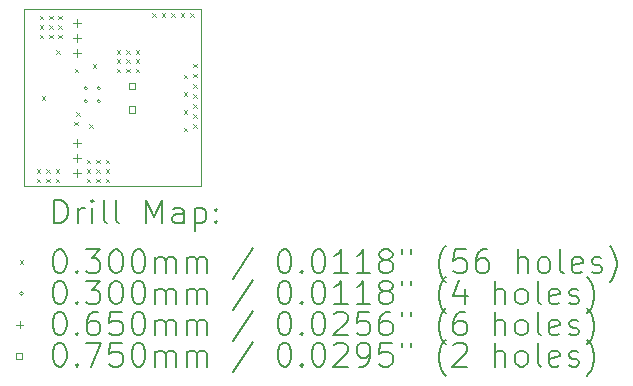
<source format=gbr>
%TF.GenerationSoftware,KiCad,Pcbnew,8.0.7-8.0.7-0~ubuntu24.04.1*%
%TF.CreationDate,2024-12-31T11:01:01-07:00*%
%TF.ProjectId,DRV8213 brushed Motor Driver,44525638-3231-4332-9062-727573686564,V1*%
%TF.SameCoordinates,Original*%
%TF.FileFunction,Drillmap*%
%TF.FilePolarity,Positive*%
%FSLAX45Y45*%
G04 Gerber Fmt 4.5, Leading zero omitted, Abs format (unit mm)*
G04 Created by KiCad (PCBNEW 8.0.7-8.0.7-0~ubuntu24.04.1) date 2024-12-31 11:01:01*
%MOMM*%
%LPD*%
G01*
G04 APERTURE LIST*
%ADD10C,0.050000*%
%ADD11C,0.200000*%
%ADD12C,0.100000*%
G04 APERTURE END LIST*
D10*
X16380000Y-9420000D02*
X17880000Y-9420000D01*
X17880000Y-10920000D01*
X16380000Y-10920000D01*
X16380000Y-9420000D01*
D11*
D12*
X16490000Y-10775000D02*
X16520000Y-10805000D01*
X16520000Y-10775000D02*
X16490000Y-10805000D01*
X16490000Y-10855000D02*
X16520000Y-10885000D01*
X16520000Y-10855000D02*
X16490000Y-10885000D01*
X16515000Y-9475000D02*
X16545000Y-9505000D01*
X16545000Y-9475000D02*
X16515000Y-9505000D01*
X16515000Y-9555000D02*
X16545000Y-9585000D01*
X16545000Y-9555000D02*
X16515000Y-9585000D01*
X16515000Y-9635000D02*
X16545000Y-9665000D01*
X16545000Y-9635000D02*
X16515000Y-9665000D01*
X16535000Y-10155000D02*
X16565000Y-10185000D01*
X16565000Y-10155000D02*
X16535000Y-10185000D01*
X16570000Y-10775000D02*
X16600000Y-10805000D01*
X16600000Y-10775000D02*
X16570000Y-10805000D01*
X16570000Y-10855000D02*
X16600000Y-10885000D01*
X16600000Y-10855000D02*
X16570000Y-10885000D01*
X16595000Y-9475000D02*
X16625000Y-9505000D01*
X16625000Y-9475000D02*
X16595000Y-9505000D01*
X16595000Y-9555000D02*
X16625000Y-9585000D01*
X16625000Y-9555000D02*
X16595000Y-9585000D01*
X16595000Y-9635000D02*
X16625000Y-9665000D01*
X16625000Y-9635000D02*
X16595000Y-9665000D01*
X16650000Y-10775000D02*
X16680000Y-10805000D01*
X16680000Y-10775000D02*
X16650000Y-10805000D01*
X16650000Y-10855000D02*
X16680000Y-10885000D01*
X16680000Y-10855000D02*
X16650000Y-10885000D01*
X16655000Y-9765000D02*
X16685000Y-9795000D01*
X16685000Y-9765000D02*
X16655000Y-9795000D01*
X16675000Y-9475000D02*
X16705000Y-9505000D01*
X16705000Y-9475000D02*
X16675000Y-9505000D01*
X16675000Y-9555000D02*
X16705000Y-9585000D01*
X16705000Y-9555000D02*
X16675000Y-9585000D01*
X16675000Y-9635000D02*
X16705000Y-9665000D01*
X16705000Y-9635000D02*
X16675000Y-9665000D01*
X16810000Y-10373199D02*
X16840000Y-10403199D01*
X16840000Y-10373199D02*
X16810000Y-10403199D01*
X16813118Y-9923997D02*
X16843118Y-9953997D01*
X16843118Y-9923997D02*
X16813118Y-9953997D01*
X16825000Y-10292500D02*
X16855000Y-10322500D01*
X16855000Y-10292500D02*
X16825000Y-10322500D01*
X16915000Y-10695000D02*
X16945000Y-10725000D01*
X16945000Y-10695000D02*
X16915000Y-10725000D01*
X16915000Y-10775000D02*
X16945000Y-10805000D01*
X16945000Y-10775000D02*
X16915000Y-10805000D01*
X16915000Y-10855000D02*
X16945000Y-10885000D01*
X16945000Y-10855000D02*
X16915000Y-10885000D01*
X16935000Y-10395000D02*
X16965000Y-10425000D01*
X16965000Y-10395000D02*
X16935000Y-10425000D01*
X16965000Y-9885000D02*
X16995000Y-9915000D01*
X16995000Y-9885000D02*
X16965000Y-9915000D01*
X16995000Y-10695000D02*
X17025000Y-10725000D01*
X17025000Y-10695000D02*
X16995000Y-10725000D01*
X16995000Y-10775000D02*
X17025000Y-10805000D01*
X17025000Y-10775000D02*
X16995000Y-10805000D01*
X16995000Y-10855000D02*
X17025000Y-10885000D01*
X17025000Y-10855000D02*
X16995000Y-10885000D01*
X17075000Y-10695000D02*
X17105000Y-10725000D01*
X17105000Y-10695000D02*
X17075000Y-10725000D01*
X17075000Y-10775000D02*
X17105000Y-10805000D01*
X17105000Y-10775000D02*
X17075000Y-10805000D01*
X17075000Y-10855000D02*
X17105000Y-10885000D01*
X17105000Y-10855000D02*
X17075000Y-10885000D01*
X17170000Y-9765000D02*
X17200000Y-9795000D01*
X17200000Y-9765000D02*
X17170000Y-9795000D01*
X17170000Y-9845000D02*
X17200000Y-9875000D01*
X17200000Y-9845000D02*
X17170000Y-9875000D01*
X17170000Y-9925000D02*
X17200000Y-9955000D01*
X17200000Y-9925000D02*
X17170000Y-9955000D01*
X17250000Y-9765000D02*
X17280000Y-9795000D01*
X17280000Y-9765000D02*
X17250000Y-9795000D01*
X17250000Y-9845000D02*
X17280000Y-9875000D01*
X17280000Y-9845000D02*
X17250000Y-9875000D01*
X17250000Y-9925000D02*
X17280000Y-9955000D01*
X17280000Y-9925000D02*
X17250000Y-9955000D01*
X17330000Y-9765000D02*
X17360000Y-9795000D01*
X17360000Y-9765000D02*
X17330000Y-9795000D01*
X17330000Y-9845000D02*
X17360000Y-9875000D01*
X17360000Y-9845000D02*
X17330000Y-9875000D01*
X17330000Y-9925000D02*
X17360000Y-9955000D01*
X17360000Y-9925000D02*
X17330000Y-9955000D01*
X17470000Y-9455000D02*
X17500000Y-9485000D01*
X17500000Y-9455000D02*
X17470000Y-9485000D01*
X17550000Y-9455000D02*
X17580000Y-9485000D01*
X17580000Y-9455000D02*
X17550000Y-9485000D01*
X17630000Y-9455000D02*
X17660000Y-9485000D01*
X17660000Y-9455000D02*
X17630000Y-9485000D01*
X17710000Y-9455000D02*
X17740000Y-9485000D01*
X17740000Y-9455000D02*
X17710000Y-9485000D01*
X17735000Y-9975000D02*
X17765000Y-10005000D01*
X17765000Y-9975000D02*
X17735000Y-10005000D01*
X17735000Y-10125000D02*
X17765000Y-10155000D01*
X17765000Y-10125000D02*
X17735000Y-10155000D01*
X17735000Y-10275000D02*
X17765000Y-10305000D01*
X17765000Y-10275000D02*
X17735000Y-10305000D01*
X17735000Y-10425000D02*
X17765000Y-10455000D01*
X17765000Y-10425000D02*
X17735000Y-10455000D01*
X17790000Y-9455000D02*
X17820000Y-9485000D01*
X17820000Y-9455000D02*
X17790000Y-9485000D01*
X17815000Y-9880000D02*
X17845000Y-9910000D01*
X17845000Y-9880000D02*
X17815000Y-9910000D01*
X17815000Y-9965000D02*
X17845000Y-9995000D01*
X17845000Y-9965000D02*
X17815000Y-9995000D01*
X17815000Y-10055000D02*
X17845000Y-10085000D01*
X17845000Y-10055000D02*
X17815000Y-10085000D01*
X17815000Y-10140000D02*
X17845000Y-10170000D01*
X17845000Y-10140000D02*
X17815000Y-10170000D01*
X17815000Y-10225000D02*
X17845000Y-10255000D01*
X17845000Y-10225000D02*
X17815000Y-10255000D01*
X17815000Y-10310000D02*
X17845000Y-10340000D01*
X17845000Y-10310000D02*
X17815000Y-10340000D01*
X17815000Y-10395000D02*
X17845000Y-10425000D01*
X17845000Y-10395000D02*
X17815000Y-10425000D01*
X16920000Y-10090000D02*
G75*
G02*
X16890000Y-10090000I-15000J0D01*
G01*
X16890000Y-10090000D02*
G75*
G02*
X16920000Y-10090000I15000J0D01*
G01*
X16920000Y-10200000D02*
G75*
G02*
X16890000Y-10200000I-15000J0D01*
G01*
X16890000Y-10200000D02*
G75*
G02*
X16920000Y-10200000I15000J0D01*
G01*
X17030000Y-10090000D02*
G75*
G02*
X17000000Y-10090000I-15000J0D01*
G01*
X17000000Y-10090000D02*
G75*
G02*
X17030000Y-10090000I15000J0D01*
G01*
X17030000Y-10200000D02*
G75*
G02*
X17000000Y-10200000I-15000J0D01*
G01*
X17000000Y-10200000D02*
G75*
G02*
X17030000Y-10200000I15000J0D01*
G01*
X16830000Y-9503500D02*
X16830000Y-9568500D01*
X16797500Y-9536000D02*
X16862500Y-9536000D01*
X16830000Y-9630500D02*
X16830000Y-9695500D01*
X16797500Y-9663000D02*
X16862500Y-9663000D01*
X16830000Y-9757500D02*
X16830000Y-9822500D01*
X16797500Y-9790000D02*
X16862500Y-9790000D01*
X16830000Y-10518500D02*
X16830000Y-10583500D01*
X16797500Y-10551000D02*
X16862500Y-10551000D01*
X16830000Y-10645500D02*
X16830000Y-10710500D01*
X16797500Y-10678000D02*
X16862500Y-10678000D01*
X16830000Y-10772500D02*
X16830000Y-10837500D01*
X16797500Y-10805000D02*
X16862500Y-10805000D01*
X17326517Y-10096517D02*
X17326517Y-10043483D01*
X17273483Y-10043483D01*
X17273483Y-10096517D01*
X17326517Y-10096517D01*
X17326517Y-10296517D02*
X17326517Y-10243483D01*
X17273483Y-10243483D01*
X17273483Y-10296517D01*
X17326517Y-10296517D01*
D11*
X16638277Y-11233984D02*
X16638277Y-11033984D01*
X16638277Y-11033984D02*
X16685896Y-11033984D01*
X16685896Y-11033984D02*
X16714467Y-11043508D01*
X16714467Y-11043508D02*
X16733515Y-11062555D01*
X16733515Y-11062555D02*
X16743039Y-11081603D01*
X16743039Y-11081603D02*
X16752562Y-11119698D01*
X16752562Y-11119698D02*
X16752562Y-11148270D01*
X16752562Y-11148270D02*
X16743039Y-11186365D01*
X16743039Y-11186365D02*
X16733515Y-11205412D01*
X16733515Y-11205412D02*
X16714467Y-11224460D01*
X16714467Y-11224460D02*
X16685896Y-11233984D01*
X16685896Y-11233984D02*
X16638277Y-11233984D01*
X16838277Y-11233984D02*
X16838277Y-11100650D01*
X16838277Y-11138746D02*
X16847801Y-11119698D01*
X16847801Y-11119698D02*
X16857324Y-11110174D01*
X16857324Y-11110174D02*
X16876372Y-11100650D01*
X16876372Y-11100650D02*
X16895420Y-11100650D01*
X16962086Y-11233984D02*
X16962086Y-11100650D01*
X16962086Y-11033984D02*
X16952563Y-11043508D01*
X16952563Y-11043508D02*
X16962086Y-11053031D01*
X16962086Y-11053031D02*
X16971610Y-11043508D01*
X16971610Y-11043508D02*
X16962086Y-11033984D01*
X16962086Y-11033984D02*
X16962086Y-11053031D01*
X17085896Y-11233984D02*
X17066848Y-11224460D01*
X17066848Y-11224460D02*
X17057324Y-11205412D01*
X17057324Y-11205412D02*
X17057324Y-11033984D01*
X17190658Y-11233984D02*
X17171610Y-11224460D01*
X17171610Y-11224460D02*
X17162086Y-11205412D01*
X17162086Y-11205412D02*
X17162086Y-11033984D01*
X17419229Y-11233984D02*
X17419229Y-11033984D01*
X17419229Y-11033984D02*
X17485896Y-11176841D01*
X17485896Y-11176841D02*
X17552563Y-11033984D01*
X17552563Y-11033984D02*
X17552563Y-11233984D01*
X17733515Y-11233984D02*
X17733515Y-11129222D01*
X17733515Y-11129222D02*
X17723991Y-11110174D01*
X17723991Y-11110174D02*
X17704944Y-11100650D01*
X17704944Y-11100650D02*
X17666848Y-11100650D01*
X17666848Y-11100650D02*
X17647801Y-11110174D01*
X17733515Y-11224460D02*
X17714467Y-11233984D01*
X17714467Y-11233984D02*
X17666848Y-11233984D01*
X17666848Y-11233984D02*
X17647801Y-11224460D01*
X17647801Y-11224460D02*
X17638277Y-11205412D01*
X17638277Y-11205412D02*
X17638277Y-11186365D01*
X17638277Y-11186365D02*
X17647801Y-11167317D01*
X17647801Y-11167317D02*
X17666848Y-11157793D01*
X17666848Y-11157793D02*
X17714467Y-11157793D01*
X17714467Y-11157793D02*
X17733515Y-11148270D01*
X17828753Y-11100650D02*
X17828753Y-11300650D01*
X17828753Y-11110174D02*
X17847801Y-11100650D01*
X17847801Y-11100650D02*
X17885896Y-11100650D01*
X17885896Y-11100650D02*
X17904944Y-11110174D01*
X17904944Y-11110174D02*
X17914467Y-11119698D01*
X17914467Y-11119698D02*
X17923991Y-11138746D01*
X17923991Y-11138746D02*
X17923991Y-11195888D01*
X17923991Y-11195888D02*
X17914467Y-11214936D01*
X17914467Y-11214936D02*
X17904944Y-11224460D01*
X17904944Y-11224460D02*
X17885896Y-11233984D01*
X17885896Y-11233984D02*
X17847801Y-11233984D01*
X17847801Y-11233984D02*
X17828753Y-11224460D01*
X18009705Y-11214936D02*
X18019229Y-11224460D01*
X18019229Y-11224460D02*
X18009705Y-11233984D01*
X18009705Y-11233984D02*
X18000182Y-11224460D01*
X18000182Y-11224460D02*
X18009705Y-11214936D01*
X18009705Y-11214936D02*
X18009705Y-11233984D01*
X18009705Y-11110174D02*
X18019229Y-11119698D01*
X18019229Y-11119698D02*
X18009705Y-11129222D01*
X18009705Y-11129222D02*
X18000182Y-11119698D01*
X18000182Y-11119698D02*
X18009705Y-11110174D01*
X18009705Y-11110174D02*
X18009705Y-11129222D01*
D12*
X16347500Y-11547500D02*
X16377500Y-11577500D01*
X16377500Y-11547500D02*
X16347500Y-11577500D01*
D11*
X16676372Y-11453984D02*
X16695420Y-11453984D01*
X16695420Y-11453984D02*
X16714467Y-11463508D01*
X16714467Y-11463508D02*
X16723991Y-11473031D01*
X16723991Y-11473031D02*
X16733515Y-11492079D01*
X16733515Y-11492079D02*
X16743039Y-11530174D01*
X16743039Y-11530174D02*
X16743039Y-11577793D01*
X16743039Y-11577793D02*
X16733515Y-11615888D01*
X16733515Y-11615888D02*
X16723991Y-11634936D01*
X16723991Y-11634936D02*
X16714467Y-11644460D01*
X16714467Y-11644460D02*
X16695420Y-11653984D01*
X16695420Y-11653984D02*
X16676372Y-11653984D01*
X16676372Y-11653984D02*
X16657324Y-11644460D01*
X16657324Y-11644460D02*
X16647801Y-11634936D01*
X16647801Y-11634936D02*
X16638277Y-11615888D01*
X16638277Y-11615888D02*
X16628753Y-11577793D01*
X16628753Y-11577793D02*
X16628753Y-11530174D01*
X16628753Y-11530174D02*
X16638277Y-11492079D01*
X16638277Y-11492079D02*
X16647801Y-11473031D01*
X16647801Y-11473031D02*
X16657324Y-11463508D01*
X16657324Y-11463508D02*
X16676372Y-11453984D01*
X16828753Y-11634936D02*
X16838277Y-11644460D01*
X16838277Y-11644460D02*
X16828753Y-11653984D01*
X16828753Y-11653984D02*
X16819229Y-11644460D01*
X16819229Y-11644460D02*
X16828753Y-11634936D01*
X16828753Y-11634936D02*
X16828753Y-11653984D01*
X16904944Y-11453984D02*
X17028753Y-11453984D01*
X17028753Y-11453984D02*
X16962086Y-11530174D01*
X16962086Y-11530174D02*
X16990658Y-11530174D01*
X16990658Y-11530174D02*
X17009705Y-11539698D01*
X17009705Y-11539698D02*
X17019229Y-11549222D01*
X17019229Y-11549222D02*
X17028753Y-11568269D01*
X17028753Y-11568269D02*
X17028753Y-11615888D01*
X17028753Y-11615888D02*
X17019229Y-11634936D01*
X17019229Y-11634936D02*
X17009705Y-11644460D01*
X17009705Y-11644460D02*
X16990658Y-11653984D01*
X16990658Y-11653984D02*
X16933515Y-11653984D01*
X16933515Y-11653984D02*
X16914467Y-11644460D01*
X16914467Y-11644460D02*
X16904944Y-11634936D01*
X17152563Y-11453984D02*
X17171610Y-11453984D01*
X17171610Y-11453984D02*
X17190658Y-11463508D01*
X17190658Y-11463508D02*
X17200182Y-11473031D01*
X17200182Y-11473031D02*
X17209705Y-11492079D01*
X17209705Y-11492079D02*
X17219229Y-11530174D01*
X17219229Y-11530174D02*
X17219229Y-11577793D01*
X17219229Y-11577793D02*
X17209705Y-11615888D01*
X17209705Y-11615888D02*
X17200182Y-11634936D01*
X17200182Y-11634936D02*
X17190658Y-11644460D01*
X17190658Y-11644460D02*
X17171610Y-11653984D01*
X17171610Y-11653984D02*
X17152563Y-11653984D01*
X17152563Y-11653984D02*
X17133515Y-11644460D01*
X17133515Y-11644460D02*
X17123991Y-11634936D01*
X17123991Y-11634936D02*
X17114467Y-11615888D01*
X17114467Y-11615888D02*
X17104944Y-11577793D01*
X17104944Y-11577793D02*
X17104944Y-11530174D01*
X17104944Y-11530174D02*
X17114467Y-11492079D01*
X17114467Y-11492079D02*
X17123991Y-11473031D01*
X17123991Y-11473031D02*
X17133515Y-11463508D01*
X17133515Y-11463508D02*
X17152563Y-11453984D01*
X17343039Y-11453984D02*
X17362086Y-11453984D01*
X17362086Y-11453984D02*
X17381134Y-11463508D01*
X17381134Y-11463508D02*
X17390658Y-11473031D01*
X17390658Y-11473031D02*
X17400182Y-11492079D01*
X17400182Y-11492079D02*
X17409705Y-11530174D01*
X17409705Y-11530174D02*
X17409705Y-11577793D01*
X17409705Y-11577793D02*
X17400182Y-11615888D01*
X17400182Y-11615888D02*
X17390658Y-11634936D01*
X17390658Y-11634936D02*
X17381134Y-11644460D01*
X17381134Y-11644460D02*
X17362086Y-11653984D01*
X17362086Y-11653984D02*
X17343039Y-11653984D01*
X17343039Y-11653984D02*
X17323991Y-11644460D01*
X17323991Y-11644460D02*
X17314467Y-11634936D01*
X17314467Y-11634936D02*
X17304944Y-11615888D01*
X17304944Y-11615888D02*
X17295420Y-11577793D01*
X17295420Y-11577793D02*
X17295420Y-11530174D01*
X17295420Y-11530174D02*
X17304944Y-11492079D01*
X17304944Y-11492079D02*
X17314467Y-11473031D01*
X17314467Y-11473031D02*
X17323991Y-11463508D01*
X17323991Y-11463508D02*
X17343039Y-11453984D01*
X17495420Y-11653984D02*
X17495420Y-11520650D01*
X17495420Y-11539698D02*
X17504944Y-11530174D01*
X17504944Y-11530174D02*
X17523991Y-11520650D01*
X17523991Y-11520650D02*
X17552563Y-11520650D01*
X17552563Y-11520650D02*
X17571610Y-11530174D01*
X17571610Y-11530174D02*
X17581134Y-11549222D01*
X17581134Y-11549222D02*
X17581134Y-11653984D01*
X17581134Y-11549222D02*
X17590658Y-11530174D01*
X17590658Y-11530174D02*
X17609705Y-11520650D01*
X17609705Y-11520650D02*
X17638277Y-11520650D01*
X17638277Y-11520650D02*
X17657325Y-11530174D01*
X17657325Y-11530174D02*
X17666848Y-11549222D01*
X17666848Y-11549222D02*
X17666848Y-11653984D01*
X17762086Y-11653984D02*
X17762086Y-11520650D01*
X17762086Y-11539698D02*
X17771610Y-11530174D01*
X17771610Y-11530174D02*
X17790658Y-11520650D01*
X17790658Y-11520650D02*
X17819229Y-11520650D01*
X17819229Y-11520650D02*
X17838277Y-11530174D01*
X17838277Y-11530174D02*
X17847801Y-11549222D01*
X17847801Y-11549222D02*
X17847801Y-11653984D01*
X17847801Y-11549222D02*
X17857325Y-11530174D01*
X17857325Y-11530174D02*
X17876372Y-11520650D01*
X17876372Y-11520650D02*
X17904944Y-11520650D01*
X17904944Y-11520650D02*
X17923991Y-11530174D01*
X17923991Y-11530174D02*
X17933515Y-11549222D01*
X17933515Y-11549222D02*
X17933515Y-11653984D01*
X18323991Y-11444460D02*
X18152563Y-11701603D01*
X18581134Y-11453984D02*
X18600182Y-11453984D01*
X18600182Y-11453984D02*
X18619229Y-11463508D01*
X18619229Y-11463508D02*
X18628753Y-11473031D01*
X18628753Y-11473031D02*
X18638277Y-11492079D01*
X18638277Y-11492079D02*
X18647801Y-11530174D01*
X18647801Y-11530174D02*
X18647801Y-11577793D01*
X18647801Y-11577793D02*
X18638277Y-11615888D01*
X18638277Y-11615888D02*
X18628753Y-11634936D01*
X18628753Y-11634936D02*
X18619229Y-11644460D01*
X18619229Y-11644460D02*
X18600182Y-11653984D01*
X18600182Y-11653984D02*
X18581134Y-11653984D01*
X18581134Y-11653984D02*
X18562087Y-11644460D01*
X18562087Y-11644460D02*
X18552563Y-11634936D01*
X18552563Y-11634936D02*
X18543039Y-11615888D01*
X18543039Y-11615888D02*
X18533515Y-11577793D01*
X18533515Y-11577793D02*
X18533515Y-11530174D01*
X18533515Y-11530174D02*
X18543039Y-11492079D01*
X18543039Y-11492079D02*
X18552563Y-11473031D01*
X18552563Y-11473031D02*
X18562087Y-11463508D01*
X18562087Y-11463508D02*
X18581134Y-11453984D01*
X18733515Y-11634936D02*
X18743039Y-11644460D01*
X18743039Y-11644460D02*
X18733515Y-11653984D01*
X18733515Y-11653984D02*
X18723991Y-11644460D01*
X18723991Y-11644460D02*
X18733515Y-11634936D01*
X18733515Y-11634936D02*
X18733515Y-11653984D01*
X18866848Y-11453984D02*
X18885896Y-11453984D01*
X18885896Y-11453984D02*
X18904944Y-11463508D01*
X18904944Y-11463508D02*
X18914468Y-11473031D01*
X18914468Y-11473031D02*
X18923991Y-11492079D01*
X18923991Y-11492079D02*
X18933515Y-11530174D01*
X18933515Y-11530174D02*
X18933515Y-11577793D01*
X18933515Y-11577793D02*
X18923991Y-11615888D01*
X18923991Y-11615888D02*
X18914468Y-11634936D01*
X18914468Y-11634936D02*
X18904944Y-11644460D01*
X18904944Y-11644460D02*
X18885896Y-11653984D01*
X18885896Y-11653984D02*
X18866848Y-11653984D01*
X18866848Y-11653984D02*
X18847801Y-11644460D01*
X18847801Y-11644460D02*
X18838277Y-11634936D01*
X18838277Y-11634936D02*
X18828753Y-11615888D01*
X18828753Y-11615888D02*
X18819229Y-11577793D01*
X18819229Y-11577793D02*
X18819229Y-11530174D01*
X18819229Y-11530174D02*
X18828753Y-11492079D01*
X18828753Y-11492079D02*
X18838277Y-11473031D01*
X18838277Y-11473031D02*
X18847801Y-11463508D01*
X18847801Y-11463508D02*
X18866848Y-11453984D01*
X19123991Y-11653984D02*
X19009706Y-11653984D01*
X19066848Y-11653984D02*
X19066848Y-11453984D01*
X19066848Y-11453984D02*
X19047801Y-11482555D01*
X19047801Y-11482555D02*
X19028753Y-11501603D01*
X19028753Y-11501603D02*
X19009706Y-11511127D01*
X19314468Y-11653984D02*
X19200182Y-11653984D01*
X19257325Y-11653984D02*
X19257325Y-11453984D01*
X19257325Y-11453984D02*
X19238277Y-11482555D01*
X19238277Y-11482555D02*
X19219229Y-11501603D01*
X19219229Y-11501603D02*
X19200182Y-11511127D01*
X19428753Y-11539698D02*
X19409706Y-11530174D01*
X19409706Y-11530174D02*
X19400182Y-11520650D01*
X19400182Y-11520650D02*
X19390658Y-11501603D01*
X19390658Y-11501603D02*
X19390658Y-11492079D01*
X19390658Y-11492079D02*
X19400182Y-11473031D01*
X19400182Y-11473031D02*
X19409706Y-11463508D01*
X19409706Y-11463508D02*
X19428753Y-11453984D01*
X19428753Y-11453984D02*
X19466849Y-11453984D01*
X19466849Y-11453984D02*
X19485896Y-11463508D01*
X19485896Y-11463508D02*
X19495420Y-11473031D01*
X19495420Y-11473031D02*
X19504944Y-11492079D01*
X19504944Y-11492079D02*
X19504944Y-11501603D01*
X19504944Y-11501603D02*
X19495420Y-11520650D01*
X19495420Y-11520650D02*
X19485896Y-11530174D01*
X19485896Y-11530174D02*
X19466849Y-11539698D01*
X19466849Y-11539698D02*
X19428753Y-11539698D01*
X19428753Y-11539698D02*
X19409706Y-11549222D01*
X19409706Y-11549222D02*
X19400182Y-11558746D01*
X19400182Y-11558746D02*
X19390658Y-11577793D01*
X19390658Y-11577793D02*
X19390658Y-11615888D01*
X19390658Y-11615888D02*
X19400182Y-11634936D01*
X19400182Y-11634936D02*
X19409706Y-11644460D01*
X19409706Y-11644460D02*
X19428753Y-11653984D01*
X19428753Y-11653984D02*
X19466849Y-11653984D01*
X19466849Y-11653984D02*
X19485896Y-11644460D01*
X19485896Y-11644460D02*
X19495420Y-11634936D01*
X19495420Y-11634936D02*
X19504944Y-11615888D01*
X19504944Y-11615888D02*
X19504944Y-11577793D01*
X19504944Y-11577793D02*
X19495420Y-11558746D01*
X19495420Y-11558746D02*
X19485896Y-11549222D01*
X19485896Y-11549222D02*
X19466849Y-11539698D01*
X19581134Y-11453984D02*
X19581134Y-11492079D01*
X19657325Y-11453984D02*
X19657325Y-11492079D01*
X19952563Y-11730174D02*
X19943039Y-11720650D01*
X19943039Y-11720650D02*
X19923991Y-11692079D01*
X19923991Y-11692079D02*
X19914468Y-11673031D01*
X19914468Y-11673031D02*
X19904944Y-11644460D01*
X19904944Y-11644460D02*
X19895420Y-11596841D01*
X19895420Y-11596841D02*
X19895420Y-11558746D01*
X19895420Y-11558746D02*
X19904944Y-11511127D01*
X19904944Y-11511127D02*
X19914468Y-11482555D01*
X19914468Y-11482555D02*
X19923991Y-11463508D01*
X19923991Y-11463508D02*
X19943039Y-11434936D01*
X19943039Y-11434936D02*
X19952563Y-11425412D01*
X20123991Y-11453984D02*
X20028753Y-11453984D01*
X20028753Y-11453984D02*
X20019230Y-11549222D01*
X20019230Y-11549222D02*
X20028753Y-11539698D01*
X20028753Y-11539698D02*
X20047801Y-11530174D01*
X20047801Y-11530174D02*
X20095420Y-11530174D01*
X20095420Y-11530174D02*
X20114468Y-11539698D01*
X20114468Y-11539698D02*
X20123991Y-11549222D01*
X20123991Y-11549222D02*
X20133515Y-11568269D01*
X20133515Y-11568269D02*
X20133515Y-11615888D01*
X20133515Y-11615888D02*
X20123991Y-11634936D01*
X20123991Y-11634936D02*
X20114468Y-11644460D01*
X20114468Y-11644460D02*
X20095420Y-11653984D01*
X20095420Y-11653984D02*
X20047801Y-11653984D01*
X20047801Y-11653984D02*
X20028753Y-11644460D01*
X20028753Y-11644460D02*
X20019230Y-11634936D01*
X20304944Y-11453984D02*
X20266849Y-11453984D01*
X20266849Y-11453984D02*
X20247801Y-11463508D01*
X20247801Y-11463508D02*
X20238277Y-11473031D01*
X20238277Y-11473031D02*
X20219230Y-11501603D01*
X20219230Y-11501603D02*
X20209706Y-11539698D01*
X20209706Y-11539698D02*
X20209706Y-11615888D01*
X20209706Y-11615888D02*
X20219230Y-11634936D01*
X20219230Y-11634936D02*
X20228753Y-11644460D01*
X20228753Y-11644460D02*
X20247801Y-11653984D01*
X20247801Y-11653984D02*
X20285896Y-11653984D01*
X20285896Y-11653984D02*
X20304944Y-11644460D01*
X20304944Y-11644460D02*
X20314468Y-11634936D01*
X20314468Y-11634936D02*
X20323991Y-11615888D01*
X20323991Y-11615888D02*
X20323991Y-11568269D01*
X20323991Y-11568269D02*
X20314468Y-11549222D01*
X20314468Y-11549222D02*
X20304944Y-11539698D01*
X20304944Y-11539698D02*
X20285896Y-11530174D01*
X20285896Y-11530174D02*
X20247801Y-11530174D01*
X20247801Y-11530174D02*
X20228753Y-11539698D01*
X20228753Y-11539698D02*
X20219230Y-11549222D01*
X20219230Y-11549222D02*
X20209706Y-11568269D01*
X20562087Y-11653984D02*
X20562087Y-11453984D01*
X20647801Y-11653984D02*
X20647801Y-11549222D01*
X20647801Y-11549222D02*
X20638277Y-11530174D01*
X20638277Y-11530174D02*
X20619230Y-11520650D01*
X20619230Y-11520650D02*
X20590658Y-11520650D01*
X20590658Y-11520650D02*
X20571611Y-11530174D01*
X20571611Y-11530174D02*
X20562087Y-11539698D01*
X20771611Y-11653984D02*
X20752563Y-11644460D01*
X20752563Y-11644460D02*
X20743039Y-11634936D01*
X20743039Y-11634936D02*
X20733515Y-11615888D01*
X20733515Y-11615888D02*
X20733515Y-11558746D01*
X20733515Y-11558746D02*
X20743039Y-11539698D01*
X20743039Y-11539698D02*
X20752563Y-11530174D01*
X20752563Y-11530174D02*
X20771611Y-11520650D01*
X20771611Y-11520650D02*
X20800182Y-11520650D01*
X20800182Y-11520650D02*
X20819230Y-11530174D01*
X20819230Y-11530174D02*
X20828753Y-11539698D01*
X20828753Y-11539698D02*
X20838277Y-11558746D01*
X20838277Y-11558746D02*
X20838277Y-11615888D01*
X20838277Y-11615888D02*
X20828753Y-11634936D01*
X20828753Y-11634936D02*
X20819230Y-11644460D01*
X20819230Y-11644460D02*
X20800182Y-11653984D01*
X20800182Y-11653984D02*
X20771611Y-11653984D01*
X20952563Y-11653984D02*
X20933515Y-11644460D01*
X20933515Y-11644460D02*
X20923992Y-11625412D01*
X20923992Y-11625412D02*
X20923992Y-11453984D01*
X21104944Y-11644460D02*
X21085896Y-11653984D01*
X21085896Y-11653984D02*
X21047801Y-11653984D01*
X21047801Y-11653984D02*
X21028753Y-11644460D01*
X21028753Y-11644460D02*
X21019230Y-11625412D01*
X21019230Y-11625412D02*
X21019230Y-11549222D01*
X21019230Y-11549222D02*
X21028753Y-11530174D01*
X21028753Y-11530174D02*
X21047801Y-11520650D01*
X21047801Y-11520650D02*
X21085896Y-11520650D01*
X21085896Y-11520650D02*
X21104944Y-11530174D01*
X21104944Y-11530174D02*
X21114468Y-11549222D01*
X21114468Y-11549222D02*
X21114468Y-11568269D01*
X21114468Y-11568269D02*
X21019230Y-11587317D01*
X21190658Y-11644460D02*
X21209706Y-11653984D01*
X21209706Y-11653984D02*
X21247801Y-11653984D01*
X21247801Y-11653984D02*
X21266849Y-11644460D01*
X21266849Y-11644460D02*
X21276373Y-11625412D01*
X21276373Y-11625412D02*
X21276373Y-11615888D01*
X21276373Y-11615888D02*
X21266849Y-11596841D01*
X21266849Y-11596841D02*
X21247801Y-11587317D01*
X21247801Y-11587317D02*
X21219230Y-11587317D01*
X21219230Y-11587317D02*
X21200182Y-11577793D01*
X21200182Y-11577793D02*
X21190658Y-11558746D01*
X21190658Y-11558746D02*
X21190658Y-11549222D01*
X21190658Y-11549222D02*
X21200182Y-11530174D01*
X21200182Y-11530174D02*
X21219230Y-11520650D01*
X21219230Y-11520650D02*
X21247801Y-11520650D01*
X21247801Y-11520650D02*
X21266849Y-11530174D01*
X21343039Y-11730174D02*
X21352563Y-11720650D01*
X21352563Y-11720650D02*
X21371611Y-11692079D01*
X21371611Y-11692079D02*
X21381134Y-11673031D01*
X21381134Y-11673031D02*
X21390658Y-11644460D01*
X21390658Y-11644460D02*
X21400182Y-11596841D01*
X21400182Y-11596841D02*
X21400182Y-11558746D01*
X21400182Y-11558746D02*
X21390658Y-11511127D01*
X21390658Y-11511127D02*
X21381134Y-11482555D01*
X21381134Y-11482555D02*
X21371611Y-11463508D01*
X21371611Y-11463508D02*
X21352563Y-11434936D01*
X21352563Y-11434936D02*
X21343039Y-11425412D01*
D12*
X16377500Y-11826500D02*
G75*
G02*
X16347500Y-11826500I-15000J0D01*
G01*
X16347500Y-11826500D02*
G75*
G02*
X16377500Y-11826500I15000J0D01*
G01*
D11*
X16676372Y-11717984D02*
X16695420Y-11717984D01*
X16695420Y-11717984D02*
X16714467Y-11727508D01*
X16714467Y-11727508D02*
X16723991Y-11737031D01*
X16723991Y-11737031D02*
X16733515Y-11756079D01*
X16733515Y-11756079D02*
X16743039Y-11794174D01*
X16743039Y-11794174D02*
X16743039Y-11841793D01*
X16743039Y-11841793D02*
X16733515Y-11879888D01*
X16733515Y-11879888D02*
X16723991Y-11898936D01*
X16723991Y-11898936D02*
X16714467Y-11908460D01*
X16714467Y-11908460D02*
X16695420Y-11917984D01*
X16695420Y-11917984D02*
X16676372Y-11917984D01*
X16676372Y-11917984D02*
X16657324Y-11908460D01*
X16657324Y-11908460D02*
X16647801Y-11898936D01*
X16647801Y-11898936D02*
X16638277Y-11879888D01*
X16638277Y-11879888D02*
X16628753Y-11841793D01*
X16628753Y-11841793D02*
X16628753Y-11794174D01*
X16628753Y-11794174D02*
X16638277Y-11756079D01*
X16638277Y-11756079D02*
X16647801Y-11737031D01*
X16647801Y-11737031D02*
X16657324Y-11727508D01*
X16657324Y-11727508D02*
X16676372Y-11717984D01*
X16828753Y-11898936D02*
X16838277Y-11908460D01*
X16838277Y-11908460D02*
X16828753Y-11917984D01*
X16828753Y-11917984D02*
X16819229Y-11908460D01*
X16819229Y-11908460D02*
X16828753Y-11898936D01*
X16828753Y-11898936D02*
X16828753Y-11917984D01*
X16904944Y-11717984D02*
X17028753Y-11717984D01*
X17028753Y-11717984D02*
X16962086Y-11794174D01*
X16962086Y-11794174D02*
X16990658Y-11794174D01*
X16990658Y-11794174D02*
X17009705Y-11803698D01*
X17009705Y-11803698D02*
X17019229Y-11813222D01*
X17019229Y-11813222D02*
X17028753Y-11832269D01*
X17028753Y-11832269D02*
X17028753Y-11879888D01*
X17028753Y-11879888D02*
X17019229Y-11898936D01*
X17019229Y-11898936D02*
X17009705Y-11908460D01*
X17009705Y-11908460D02*
X16990658Y-11917984D01*
X16990658Y-11917984D02*
X16933515Y-11917984D01*
X16933515Y-11917984D02*
X16914467Y-11908460D01*
X16914467Y-11908460D02*
X16904944Y-11898936D01*
X17152563Y-11717984D02*
X17171610Y-11717984D01*
X17171610Y-11717984D02*
X17190658Y-11727508D01*
X17190658Y-11727508D02*
X17200182Y-11737031D01*
X17200182Y-11737031D02*
X17209705Y-11756079D01*
X17209705Y-11756079D02*
X17219229Y-11794174D01*
X17219229Y-11794174D02*
X17219229Y-11841793D01*
X17219229Y-11841793D02*
X17209705Y-11879888D01*
X17209705Y-11879888D02*
X17200182Y-11898936D01*
X17200182Y-11898936D02*
X17190658Y-11908460D01*
X17190658Y-11908460D02*
X17171610Y-11917984D01*
X17171610Y-11917984D02*
X17152563Y-11917984D01*
X17152563Y-11917984D02*
X17133515Y-11908460D01*
X17133515Y-11908460D02*
X17123991Y-11898936D01*
X17123991Y-11898936D02*
X17114467Y-11879888D01*
X17114467Y-11879888D02*
X17104944Y-11841793D01*
X17104944Y-11841793D02*
X17104944Y-11794174D01*
X17104944Y-11794174D02*
X17114467Y-11756079D01*
X17114467Y-11756079D02*
X17123991Y-11737031D01*
X17123991Y-11737031D02*
X17133515Y-11727508D01*
X17133515Y-11727508D02*
X17152563Y-11717984D01*
X17343039Y-11717984D02*
X17362086Y-11717984D01*
X17362086Y-11717984D02*
X17381134Y-11727508D01*
X17381134Y-11727508D02*
X17390658Y-11737031D01*
X17390658Y-11737031D02*
X17400182Y-11756079D01*
X17400182Y-11756079D02*
X17409705Y-11794174D01*
X17409705Y-11794174D02*
X17409705Y-11841793D01*
X17409705Y-11841793D02*
X17400182Y-11879888D01*
X17400182Y-11879888D02*
X17390658Y-11898936D01*
X17390658Y-11898936D02*
X17381134Y-11908460D01*
X17381134Y-11908460D02*
X17362086Y-11917984D01*
X17362086Y-11917984D02*
X17343039Y-11917984D01*
X17343039Y-11917984D02*
X17323991Y-11908460D01*
X17323991Y-11908460D02*
X17314467Y-11898936D01*
X17314467Y-11898936D02*
X17304944Y-11879888D01*
X17304944Y-11879888D02*
X17295420Y-11841793D01*
X17295420Y-11841793D02*
X17295420Y-11794174D01*
X17295420Y-11794174D02*
X17304944Y-11756079D01*
X17304944Y-11756079D02*
X17314467Y-11737031D01*
X17314467Y-11737031D02*
X17323991Y-11727508D01*
X17323991Y-11727508D02*
X17343039Y-11717984D01*
X17495420Y-11917984D02*
X17495420Y-11784650D01*
X17495420Y-11803698D02*
X17504944Y-11794174D01*
X17504944Y-11794174D02*
X17523991Y-11784650D01*
X17523991Y-11784650D02*
X17552563Y-11784650D01*
X17552563Y-11784650D02*
X17571610Y-11794174D01*
X17571610Y-11794174D02*
X17581134Y-11813222D01*
X17581134Y-11813222D02*
X17581134Y-11917984D01*
X17581134Y-11813222D02*
X17590658Y-11794174D01*
X17590658Y-11794174D02*
X17609705Y-11784650D01*
X17609705Y-11784650D02*
X17638277Y-11784650D01*
X17638277Y-11784650D02*
X17657325Y-11794174D01*
X17657325Y-11794174D02*
X17666848Y-11813222D01*
X17666848Y-11813222D02*
X17666848Y-11917984D01*
X17762086Y-11917984D02*
X17762086Y-11784650D01*
X17762086Y-11803698D02*
X17771610Y-11794174D01*
X17771610Y-11794174D02*
X17790658Y-11784650D01*
X17790658Y-11784650D02*
X17819229Y-11784650D01*
X17819229Y-11784650D02*
X17838277Y-11794174D01*
X17838277Y-11794174D02*
X17847801Y-11813222D01*
X17847801Y-11813222D02*
X17847801Y-11917984D01*
X17847801Y-11813222D02*
X17857325Y-11794174D01*
X17857325Y-11794174D02*
X17876372Y-11784650D01*
X17876372Y-11784650D02*
X17904944Y-11784650D01*
X17904944Y-11784650D02*
X17923991Y-11794174D01*
X17923991Y-11794174D02*
X17933515Y-11813222D01*
X17933515Y-11813222D02*
X17933515Y-11917984D01*
X18323991Y-11708460D02*
X18152563Y-11965603D01*
X18581134Y-11717984D02*
X18600182Y-11717984D01*
X18600182Y-11717984D02*
X18619229Y-11727508D01*
X18619229Y-11727508D02*
X18628753Y-11737031D01*
X18628753Y-11737031D02*
X18638277Y-11756079D01*
X18638277Y-11756079D02*
X18647801Y-11794174D01*
X18647801Y-11794174D02*
X18647801Y-11841793D01*
X18647801Y-11841793D02*
X18638277Y-11879888D01*
X18638277Y-11879888D02*
X18628753Y-11898936D01*
X18628753Y-11898936D02*
X18619229Y-11908460D01*
X18619229Y-11908460D02*
X18600182Y-11917984D01*
X18600182Y-11917984D02*
X18581134Y-11917984D01*
X18581134Y-11917984D02*
X18562087Y-11908460D01*
X18562087Y-11908460D02*
X18552563Y-11898936D01*
X18552563Y-11898936D02*
X18543039Y-11879888D01*
X18543039Y-11879888D02*
X18533515Y-11841793D01*
X18533515Y-11841793D02*
X18533515Y-11794174D01*
X18533515Y-11794174D02*
X18543039Y-11756079D01*
X18543039Y-11756079D02*
X18552563Y-11737031D01*
X18552563Y-11737031D02*
X18562087Y-11727508D01*
X18562087Y-11727508D02*
X18581134Y-11717984D01*
X18733515Y-11898936D02*
X18743039Y-11908460D01*
X18743039Y-11908460D02*
X18733515Y-11917984D01*
X18733515Y-11917984D02*
X18723991Y-11908460D01*
X18723991Y-11908460D02*
X18733515Y-11898936D01*
X18733515Y-11898936D02*
X18733515Y-11917984D01*
X18866848Y-11717984D02*
X18885896Y-11717984D01*
X18885896Y-11717984D02*
X18904944Y-11727508D01*
X18904944Y-11727508D02*
X18914468Y-11737031D01*
X18914468Y-11737031D02*
X18923991Y-11756079D01*
X18923991Y-11756079D02*
X18933515Y-11794174D01*
X18933515Y-11794174D02*
X18933515Y-11841793D01*
X18933515Y-11841793D02*
X18923991Y-11879888D01*
X18923991Y-11879888D02*
X18914468Y-11898936D01*
X18914468Y-11898936D02*
X18904944Y-11908460D01*
X18904944Y-11908460D02*
X18885896Y-11917984D01*
X18885896Y-11917984D02*
X18866848Y-11917984D01*
X18866848Y-11917984D02*
X18847801Y-11908460D01*
X18847801Y-11908460D02*
X18838277Y-11898936D01*
X18838277Y-11898936D02*
X18828753Y-11879888D01*
X18828753Y-11879888D02*
X18819229Y-11841793D01*
X18819229Y-11841793D02*
X18819229Y-11794174D01*
X18819229Y-11794174D02*
X18828753Y-11756079D01*
X18828753Y-11756079D02*
X18838277Y-11737031D01*
X18838277Y-11737031D02*
X18847801Y-11727508D01*
X18847801Y-11727508D02*
X18866848Y-11717984D01*
X19123991Y-11917984D02*
X19009706Y-11917984D01*
X19066848Y-11917984D02*
X19066848Y-11717984D01*
X19066848Y-11717984D02*
X19047801Y-11746555D01*
X19047801Y-11746555D02*
X19028753Y-11765603D01*
X19028753Y-11765603D02*
X19009706Y-11775127D01*
X19314468Y-11917984D02*
X19200182Y-11917984D01*
X19257325Y-11917984D02*
X19257325Y-11717984D01*
X19257325Y-11717984D02*
X19238277Y-11746555D01*
X19238277Y-11746555D02*
X19219229Y-11765603D01*
X19219229Y-11765603D02*
X19200182Y-11775127D01*
X19428753Y-11803698D02*
X19409706Y-11794174D01*
X19409706Y-11794174D02*
X19400182Y-11784650D01*
X19400182Y-11784650D02*
X19390658Y-11765603D01*
X19390658Y-11765603D02*
X19390658Y-11756079D01*
X19390658Y-11756079D02*
X19400182Y-11737031D01*
X19400182Y-11737031D02*
X19409706Y-11727508D01*
X19409706Y-11727508D02*
X19428753Y-11717984D01*
X19428753Y-11717984D02*
X19466849Y-11717984D01*
X19466849Y-11717984D02*
X19485896Y-11727508D01*
X19485896Y-11727508D02*
X19495420Y-11737031D01*
X19495420Y-11737031D02*
X19504944Y-11756079D01*
X19504944Y-11756079D02*
X19504944Y-11765603D01*
X19504944Y-11765603D02*
X19495420Y-11784650D01*
X19495420Y-11784650D02*
X19485896Y-11794174D01*
X19485896Y-11794174D02*
X19466849Y-11803698D01*
X19466849Y-11803698D02*
X19428753Y-11803698D01*
X19428753Y-11803698D02*
X19409706Y-11813222D01*
X19409706Y-11813222D02*
X19400182Y-11822746D01*
X19400182Y-11822746D02*
X19390658Y-11841793D01*
X19390658Y-11841793D02*
X19390658Y-11879888D01*
X19390658Y-11879888D02*
X19400182Y-11898936D01*
X19400182Y-11898936D02*
X19409706Y-11908460D01*
X19409706Y-11908460D02*
X19428753Y-11917984D01*
X19428753Y-11917984D02*
X19466849Y-11917984D01*
X19466849Y-11917984D02*
X19485896Y-11908460D01*
X19485896Y-11908460D02*
X19495420Y-11898936D01*
X19495420Y-11898936D02*
X19504944Y-11879888D01*
X19504944Y-11879888D02*
X19504944Y-11841793D01*
X19504944Y-11841793D02*
X19495420Y-11822746D01*
X19495420Y-11822746D02*
X19485896Y-11813222D01*
X19485896Y-11813222D02*
X19466849Y-11803698D01*
X19581134Y-11717984D02*
X19581134Y-11756079D01*
X19657325Y-11717984D02*
X19657325Y-11756079D01*
X19952563Y-11994174D02*
X19943039Y-11984650D01*
X19943039Y-11984650D02*
X19923991Y-11956079D01*
X19923991Y-11956079D02*
X19914468Y-11937031D01*
X19914468Y-11937031D02*
X19904944Y-11908460D01*
X19904944Y-11908460D02*
X19895420Y-11860841D01*
X19895420Y-11860841D02*
X19895420Y-11822746D01*
X19895420Y-11822746D02*
X19904944Y-11775127D01*
X19904944Y-11775127D02*
X19914468Y-11746555D01*
X19914468Y-11746555D02*
X19923991Y-11727508D01*
X19923991Y-11727508D02*
X19943039Y-11698936D01*
X19943039Y-11698936D02*
X19952563Y-11689412D01*
X20114468Y-11784650D02*
X20114468Y-11917984D01*
X20066849Y-11708460D02*
X20019230Y-11851317D01*
X20019230Y-11851317D02*
X20143039Y-11851317D01*
X20371611Y-11917984D02*
X20371611Y-11717984D01*
X20457325Y-11917984D02*
X20457325Y-11813222D01*
X20457325Y-11813222D02*
X20447801Y-11794174D01*
X20447801Y-11794174D02*
X20428753Y-11784650D01*
X20428753Y-11784650D02*
X20400182Y-11784650D01*
X20400182Y-11784650D02*
X20381134Y-11794174D01*
X20381134Y-11794174D02*
X20371611Y-11803698D01*
X20581134Y-11917984D02*
X20562087Y-11908460D01*
X20562087Y-11908460D02*
X20552563Y-11898936D01*
X20552563Y-11898936D02*
X20543039Y-11879888D01*
X20543039Y-11879888D02*
X20543039Y-11822746D01*
X20543039Y-11822746D02*
X20552563Y-11803698D01*
X20552563Y-11803698D02*
X20562087Y-11794174D01*
X20562087Y-11794174D02*
X20581134Y-11784650D01*
X20581134Y-11784650D02*
X20609706Y-11784650D01*
X20609706Y-11784650D02*
X20628753Y-11794174D01*
X20628753Y-11794174D02*
X20638277Y-11803698D01*
X20638277Y-11803698D02*
X20647801Y-11822746D01*
X20647801Y-11822746D02*
X20647801Y-11879888D01*
X20647801Y-11879888D02*
X20638277Y-11898936D01*
X20638277Y-11898936D02*
X20628753Y-11908460D01*
X20628753Y-11908460D02*
X20609706Y-11917984D01*
X20609706Y-11917984D02*
X20581134Y-11917984D01*
X20762087Y-11917984D02*
X20743039Y-11908460D01*
X20743039Y-11908460D02*
X20733515Y-11889412D01*
X20733515Y-11889412D02*
X20733515Y-11717984D01*
X20914468Y-11908460D02*
X20895420Y-11917984D01*
X20895420Y-11917984D02*
X20857325Y-11917984D01*
X20857325Y-11917984D02*
X20838277Y-11908460D01*
X20838277Y-11908460D02*
X20828753Y-11889412D01*
X20828753Y-11889412D02*
X20828753Y-11813222D01*
X20828753Y-11813222D02*
X20838277Y-11794174D01*
X20838277Y-11794174D02*
X20857325Y-11784650D01*
X20857325Y-11784650D02*
X20895420Y-11784650D01*
X20895420Y-11784650D02*
X20914468Y-11794174D01*
X20914468Y-11794174D02*
X20923992Y-11813222D01*
X20923992Y-11813222D02*
X20923992Y-11832269D01*
X20923992Y-11832269D02*
X20828753Y-11851317D01*
X21000182Y-11908460D02*
X21019230Y-11917984D01*
X21019230Y-11917984D02*
X21057325Y-11917984D01*
X21057325Y-11917984D02*
X21076373Y-11908460D01*
X21076373Y-11908460D02*
X21085896Y-11889412D01*
X21085896Y-11889412D02*
X21085896Y-11879888D01*
X21085896Y-11879888D02*
X21076373Y-11860841D01*
X21076373Y-11860841D02*
X21057325Y-11851317D01*
X21057325Y-11851317D02*
X21028753Y-11851317D01*
X21028753Y-11851317D02*
X21009706Y-11841793D01*
X21009706Y-11841793D02*
X21000182Y-11822746D01*
X21000182Y-11822746D02*
X21000182Y-11813222D01*
X21000182Y-11813222D02*
X21009706Y-11794174D01*
X21009706Y-11794174D02*
X21028753Y-11784650D01*
X21028753Y-11784650D02*
X21057325Y-11784650D01*
X21057325Y-11784650D02*
X21076373Y-11794174D01*
X21152563Y-11994174D02*
X21162087Y-11984650D01*
X21162087Y-11984650D02*
X21181134Y-11956079D01*
X21181134Y-11956079D02*
X21190658Y-11937031D01*
X21190658Y-11937031D02*
X21200182Y-11908460D01*
X21200182Y-11908460D02*
X21209706Y-11860841D01*
X21209706Y-11860841D02*
X21209706Y-11822746D01*
X21209706Y-11822746D02*
X21200182Y-11775127D01*
X21200182Y-11775127D02*
X21190658Y-11746555D01*
X21190658Y-11746555D02*
X21181134Y-11727508D01*
X21181134Y-11727508D02*
X21162087Y-11698936D01*
X21162087Y-11698936D02*
X21152563Y-11689412D01*
D12*
X16345000Y-12058000D02*
X16345000Y-12123000D01*
X16312500Y-12090500D02*
X16377500Y-12090500D01*
D11*
X16676372Y-11981984D02*
X16695420Y-11981984D01*
X16695420Y-11981984D02*
X16714467Y-11991508D01*
X16714467Y-11991508D02*
X16723991Y-12001031D01*
X16723991Y-12001031D02*
X16733515Y-12020079D01*
X16733515Y-12020079D02*
X16743039Y-12058174D01*
X16743039Y-12058174D02*
X16743039Y-12105793D01*
X16743039Y-12105793D02*
X16733515Y-12143888D01*
X16733515Y-12143888D02*
X16723991Y-12162936D01*
X16723991Y-12162936D02*
X16714467Y-12172460D01*
X16714467Y-12172460D02*
X16695420Y-12181984D01*
X16695420Y-12181984D02*
X16676372Y-12181984D01*
X16676372Y-12181984D02*
X16657324Y-12172460D01*
X16657324Y-12172460D02*
X16647801Y-12162936D01*
X16647801Y-12162936D02*
X16638277Y-12143888D01*
X16638277Y-12143888D02*
X16628753Y-12105793D01*
X16628753Y-12105793D02*
X16628753Y-12058174D01*
X16628753Y-12058174D02*
X16638277Y-12020079D01*
X16638277Y-12020079D02*
X16647801Y-12001031D01*
X16647801Y-12001031D02*
X16657324Y-11991508D01*
X16657324Y-11991508D02*
X16676372Y-11981984D01*
X16828753Y-12162936D02*
X16838277Y-12172460D01*
X16838277Y-12172460D02*
X16828753Y-12181984D01*
X16828753Y-12181984D02*
X16819229Y-12172460D01*
X16819229Y-12172460D02*
X16828753Y-12162936D01*
X16828753Y-12162936D02*
X16828753Y-12181984D01*
X17009705Y-11981984D02*
X16971610Y-11981984D01*
X16971610Y-11981984D02*
X16952563Y-11991508D01*
X16952563Y-11991508D02*
X16943039Y-12001031D01*
X16943039Y-12001031D02*
X16923991Y-12029603D01*
X16923991Y-12029603D02*
X16914467Y-12067698D01*
X16914467Y-12067698D02*
X16914467Y-12143888D01*
X16914467Y-12143888D02*
X16923991Y-12162936D01*
X16923991Y-12162936D02*
X16933515Y-12172460D01*
X16933515Y-12172460D02*
X16952563Y-12181984D01*
X16952563Y-12181984D02*
X16990658Y-12181984D01*
X16990658Y-12181984D02*
X17009705Y-12172460D01*
X17009705Y-12172460D02*
X17019229Y-12162936D01*
X17019229Y-12162936D02*
X17028753Y-12143888D01*
X17028753Y-12143888D02*
X17028753Y-12096269D01*
X17028753Y-12096269D02*
X17019229Y-12077222D01*
X17019229Y-12077222D02*
X17009705Y-12067698D01*
X17009705Y-12067698D02*
X16990658Y-12058174D01*
X16990658Y-12058174D02*
X16952563Y-12058174D01*
X16952563Y-12058174D02*
X16933515Y-12067698D01*
X16933515Y-12067698D02*
X16923991Y-12077222D01*
X16923991Y-12077222D02*
X16914467Y-12096269D01*
X17209705Y-11981984D02*
X17114467Y-11981984D01*
X17114467Y-11981984D02*
X17104944Y-12077222D01*
X17104944Y-12077222D02*
X17114467Y-12067698D01*
X17114467Y-12067698D02*
X17133515Y-12058174D01*
X17133515Y-12058174D02*
X17181134Y-12058174D01*
X17181134Y-12058174D02*
X17200182Y-12067698D01*
X17200182Y-12067698D02*
X17209705Y-12077222D01*
X17209705Y-12077222D02*
X17219229Y-12096269D01*
X17219229Y-12096269D02*
X17219229Y-12143888D01*
X17219229Y-12143888D02*
X17209705Y-12162936D01*
X17209705Y-12162936D02*
X17200182Y-12172460D01*
X17200182Y-12172460D02*
X17181134Y-12181984D01*
X17181134Y-12181984D02*
X17133515Y-12181984D01*
X17133515Y-12181984D02*
X17114467Y-12172460D01*
X17114467Y-12172460D02*
X17104944Y-12162936D01*
X17343039Y-11981984D02*
X17362086Y-11981984D01*
X17362086Y-11981984D02*
X17381134Y-11991508D01*
X17381134Y-11991508D02*
X17390658Y-12001031D01*
X17390658Y-12001031D02*
X17400182Y-12020079D01*
X17400182Y-12020079D02*
X17409705Y-12058174D01*
X17409705Y-12058174D02*
X17409705Y-12105793D01*
X17409705Y-12105793D02*
X17400182Y-12143888D01*
X17400182Y-12143888D02*
X17390658Y-12162936D01*
X17390658Y-12162936D02*
X17381134Y-12172460D01*
X17381134Y-12172460D02*
X17362086Y-12181984D01*
X17362086Y-12181984D02*
X17343039Y-12181984D01*
X17343039Y-12181984D02*
X17323991Y-12172460D01*
X17323991Y-12172460D02*
X17314467Y-12162936D01*
X17314467Y-12162936D02*
X17304944Y-12143888D01*
X17304944Y-12143888D02*
X17295420Y-12105793D01*
X17295420Y-12105793D02*
X17295420Y-12058174D01*
X17295420Y-12058174D02*
X17304944Y-12020079D01*
X17304944Y-12020079D02*
X17314467Y-12001031D01*
X17314467Y-12001031D02*
X17323991Y-11991508D01*
X17323991Y-11991508D02*
X17343039Y-11981984D01*
X17495420Y-12181984D02*
X17495420Y-12048650D01*
X17495420Y-12067698D02*
X17504944Y-12058174D01*
X17504944Y-12058174D02*
X17523991Y-12048650D01*
X17523991Y-12048650D02*
X17552563Y-12048650D01*
X17552563Y-12048650D02*
X17571610Y-12058174D01*
X17571610Y-12058174D02*
X17581134Y-12077222D01*
X17581134Y-12077222D02*
X17581134Y-12181984D01*
X17581134Y-12077222D02*
X17590658Y-12058174D01*
X17590658Y-12058174D02*
X17609705Y-12048650D01*
X17609705Y-12048650D02*
X17638277Y-12048650D01*
X17638277Y-12048650D02*
X17657325Y-12058174D01*
X17657325Y-12058174D02*
X17666848Y-12077222D01*
X17666848Y-12077222D02*
X17666848Y-12181984D01*
X17762086Y-12181984D02*
X17762086Y-12048650D01*
X17762086Y-12067698D02*
X17771610Y-12058174D01*
X17771610Y-12058174D02*
X17790658Y-12048650D01*
X17790658Y-12048650D02*
X17819229Y-12048650D01*
X17819229Y-12048650D02*
X17838277Y-12058174D01*
X17838277Y-12058174D02*
X17847801Y-12077222D01*
X17847801Y-12077222D02*
X17847801Y-12181984D01*
X17847801Y-12077222D02*
X17857325Y-12058174D01*
X17857325Y-12058174D02*
X17876372Y-12048650D01*
X17876372Y-12048650D02*
X17904944Y-12048650D01*
X17904944Y-12048650D02*
X17923991Y-12058174D01*
X17923991Y-12058174D02*
X17933515Y-12077222D01*
X17933515Y-12077222D02*
X17933515Y-12181984D01*
X18323991Y-11972460D02*
X18152563Y-12229603D01*
X18581134Y-11981984D02*
X18600182Y-11981984D01*
X18600182Y-11981984D02*
X18619229Y-11991508D01*
X18619229Y-11991508D02*
X18628753Y-12001031D01*
X18628753Y-12001031D02*
X18638277Y-12020079D01*
X18638277Y-12020079D02*
X18647801Y-12058174D01*
X18647801Y-12058174D02*
X18647801Y-12105793D01*
X18647801Y-12105793D02*
X18638277Y-12143888D01*
X18638277Y-12143888D02*
X18628753Y-12162936D01*
X18628753Y-12162936D02*
X18619229Y-12172460D01*
X18619229Y-12172460D02*
X18600182Y-12181984D01*
X18600182Y-12181984D02*
X18581134Y-12181984D01*
X18581134Y-12181984D02*
X18562087Y-12172460D01*
X18562087Y-12172460D02*
X18552563Y-12162936D01*
X18552563Y-12162936D02*
X18543039Y-12143888D01*
X18543039Y-12143888D02*
X18533515Y-12105793D01*
X18533515Y-12105793D02*
X18533515Y-12058174D01*
X18533515Y-12058174D02*
X18543039Y-12020079D01*
X18543039Y-12020079D02*
X18552563Y-12001031D01*
X18552563Y-12001031D02*
X18562087Y-11991508D01*
X18562087Y-11991508D02*
X18581134Y-11981984D01*
X18733515Y-12162936D02*
X18743039Y-12172460D01*
X18743039Y-12172460D02*
X18733515Y-12181984D01*
X18733515Y-12181984D02*
X18723991Y-12172460D01*
X18723991Y-12172460D02*
X18733515Y-12162936D01*
X18733515Y-12162936D02*
X18733515Y-12181984D01*
X18866848Y-11981984D02*
X18885896Y-11981984D01*
X18885896Y-11981984D02*
X18904944Y-11991508D01*
X18904944Y-11991508D02*
X18914468Y-12001031D01*
X18914468Y-12001031D02*
X18923991Y-12020079D01*
X18923991Y-12020079D02*
X18933515Y-12058174D01*
X18933515Y-12058174D02*
X18933515Y-12105793D01*
X18933515Y-12105793D02*
X18923991Y-12143888D01*
X18923991Y-12143888D02*
X18914468Y-12162936D01*
X18914468Y-12162936D02*
X18904944Y-12172460D01*
X18904944Y-12172460D02*
X18885896Y-12181984D01*
X18885896Y-12181984D02*
X18866848Y-12181984D01*
X18866848Y-12181984D02*
X18847801Y-12172460D01*
X18847801Y-12172460D02*
X18838277Y-12162936D01*
X18838277Y-12162936D02*
X18828753Y-12143888D01*
X18828753Y-12143888D02*
X18819229Y-12105793D01*
X18819229Y-12105793D02*
X18819229Y-12058174D01*
X18819229Y-12058174D02*
X18828753Y-12020079D01*
X18828753Y-12020079D02*
X18838277Y-12001031D01*
X18838277Y-12001031D02*
X18847801Y-11991508D01*
X18847801Y-11991508D02*
X18866848Y-11981984D01*
X19009706Y-12001031D02*
X19019229Y-11991508D01*
X19019229Y-11991508D02*
X19038277Y-11981984D01*
X19038277Y-11981984D02*
X19085896Y-11981984D01*
X19085896Y-11981984D02*
X19104944Y-11991508D01*
X19104944Y-11991508D02*
X19114468Y-12001031D01*
X19114468Y-12001031D02*
X19123991Y-12020079D01*
X19123991Y-12020079D02*
X19123991Y-12039127D01*
X19123991Y-12039127D02*
X19114468Y-12067698D01*
X19114468Y-12067698D02*
X19000182Y-12181984D01*
X19000182Y-12181984D02*
X19123991Y-12181984D01*
X19304944Y-11981984D02*
X19209706Y-11981984D01*
X19209706Y-11981984D02*
X19200182Y-12077222D01*
X19200182Y-12077222D02*
X19209706Y-12067698D01*
X19209706Y-12067698D02*
X19228753Y-12058174D01*
X19228753Y-12058174D02*
X19276372Y-12058174D01*
X19276372Y-12058174D02*
X19295420Y-12067698D01*
X19295420Y-12067698D02*
X19304944Y-12077222D01*
X19304944Y-12077222D02*
X19314468Y-12096269D01*
X19314468Y-12096269D02*
X19314468Y-12143888D01*
X19314468Y-12143888D02*
X19304944Y-12162936D01*
X19304944Y-12162936D02*
X19295420Y-12172460D01*
X19295420Y-12172460D02*
X19276372Y-12181984D01*
X19276372Y-12181984D02*
X19228753Y-12181984D01*
X19228753Y-12181984D02*
X19209706Y-12172460D01*
X19209706Y-12172460D02*
X19200182Y-12162936D01*
X19485896Y-11981984D02*
X19447801Y-11981984D01*
X19447801Y-11981984D02*
X19428753Y-11991508D01*
X19428753Y-11991508D02*
X19419229Y-12001031D01*
X19419229Y-12001031D02*
X19400182Y-12029603D01*
X19400182Y-12029603D02*
X19390658Y-12067698D01*
X19390658Y-12067698D02*
X19390658Y-12143888D01*
X19390658Y-12143888D02*
X19400182Y-12162936D01*
X19400182Y-12162936D02*
X19409706Y-12172460D01*
X19409706Y-12172460D02*
X19428753Y-12181984D01*
X19428753Y-12181984D02*
X19466849Y-12181984D01*
X19466849Y-12181984D02*
X19485896Y-12172460D01*
X19485896Y-12172460D02*
X19495420Y-12162936D01*
X19495420Y-12162936D02*
X19504944Y-12143888D01*
X19504944Y-12143888D02*
X19504944Y-12096269D01*
X19504944Y-12096269D02*
X19495420Y-12077222D01*
X19495420Y-12077222D02*
X19485896Y-12067698D01*
X19485896Y-12067698D02*
X19466849Y-12058174D01*
X19466849Y-12058174D02*
X19428753Y-12058174D01*
X19428753Y-12058174D02*
X19409706Y-12067698D01*
X19409706Y-12067698D02*
X19400182Y-12077222D01*
X19400182Y-12077222D02*
X19390658Y-12096269D01*
X19581134Y-11981984D02*
X19581134Y-12020079D01*
X19657325Y-11981984D02*
X19657325Y-12020079D01*
X19952563Y-12258174D02*
X19943039Y-12248650D01*
X19943039Y-12248650D02*
X19923991Y-12220079D01*
X19923991Y-12220079D02*
X19914468Y-12201031D01*
X19914468Y-12201031D02*
X19904944Y-12172460D01*
X19904944Y-12172460D02*
X19895420Y-12124841D01*
X19895420Y-12124841D02*
X19895420Y-12086746D01*
X19895420Y-12086746D02*
X19904944Y-12039127D01*
X19904944Y-12039127D02*
X19914468Y-12010555D01*
X19914468Y-12010555D02*
X19923991Y-11991508D01*
X19923991Y-11991508D02*
X19943039Y-11962936D01*
X19943039Y-11962936D02*
X19952563Y-11953412D01*
X20114468Y-11981984D02*
X20076372Y-11981984D01*
X20076372Y-11981984D02*
X20057325Y-11991508D01*
X20057325Y-11991508D02*
X20047801Y-12001031D01*
X20047801Y-12001031D02*
X20028753Y-12029603D01*
X20028753Y-12029603D02*
X20019230Y-12067698D01*
X20019230Y-12067698D02*
X20019230Y-12143888D01*
X20019230Y-12143888D02*
X20028753Y-12162936D01*
X20028753Y-12162936D02*
X20038277Y-12172460D01*
X20038277Y-12172460D02*
X20057325Y-12181984D01*
X20057325Y-12181984D02*
X20095420Y-12181984D01*
X20095420Y-12181984D02*
X20114468Y-12172460D01*
X20114468Y-12172460D02*
X20123991Y-12162936D01*
X20123991Y-12162936D02*
X20133515Y-12143888D01*
X20133515Y-12143888D02*
X20133515Y-12096269D01*
X20133515Y-12096269D02*
X20123991Y-12077222D01*
X20123991Y-12077222D02*
X20114468Y-12067698D01*
X20114468Y-12067698D02*
X20095420Y-12058174D01*
X20095420Y-12058174D02*
X20057325Y-12058174D01*
X20057325Y-12058174D02*
X20038277Y-12067698D01*
X20038277Y-12067698D02*
X20028753Y-12077222D01*
X20028753Y-12077222D02*
X20019230Y-12096269D01*
X20371611Y-12181984D02*
X20371611Y-11981984D01*
X20457325Y-12181984D02*
X20457325Y-12077222D01*
X20457325Y-12077222D02*
X20447801Y-12058174D01*
X20447801Y-12058174D02*
X20428753Y-12048650D01*
X20428753Y-12048650D02*
X20400182Y-12048650D01*
X20400182Y-12048650D02*
X20381134Y-12058174D01*
X20381134Y-12058174D02*
X20371611Y-12067698D01*
X20581134Y-12181984D02*
X20562087Y-12172460D01*
X20562087Y-12172460D02*
X20552563Y-12162936D01*
X20552563Y-12162936D02*
X20543039Y-12143888D01*
X20543039Y-12143888D02*
X20543039Y-12086746D01*
X20543039Y-12086746D02*
X20552563Y-12067698D01*
X20552563Y-12067698D02*
X20562087Y-12058174D01*
X20562087Y-12058174D02*
X20581134Y-12048650D01*
X20581134Y-12048650D02*
X20609706Y-12048650D01*
X20609706Y-12048650D02*
X20628753Y-12058174D01*
X20628753Y-12058174D02*
X20638277Y-12067698D01*
X20638277Y-12067698D02*
X20647801Y-12086746D01*
X20647801Y-12086746D02*
X20647801Y-12143888D01*
X20647801Y-12143888D02*
X20638277Y-12162936D01*
X20638277Y-12162936D02*
X20628753Y-12172460D01*
X20628753Y-12172460D02*
X20609706Y-12181984D01*
X20609706Y-12181984D02*
X20581134Y-12181984D01*
X20762087Y-12181984D02*
X20743039Y-12172460D01*
X20743039Y-12172460D02*
X20733515Y-12153412D01*
X20733515Y-12153412D02*
X20733515Y-11981984D01*
X20914468Y-12172460D02*
X20895420Y-12181984D01*
X20895420Y-12181984D02*
X20857325Y-12181984D01*
X20857325Y-12181984D02*
X20838277Y-12172460D01*
X20838277Y-12172460D02*
X20828753Y-12153412D01*
X20828753Y-12153412D02*
X20828753Y-12077222D01*
X20828753Y-12077222D02*
X20838277Y-12058174D01*
X20838277Y-12058174D02*
X20857325Y-12048650D01*
X20857325Y-12048650D02*
X20895420Y-12048650D01*
X20895420Y-12048650D02*
X20914468Y-12058174D01*
X20914468Y-12058174D02*
X20923992Y-12077222D01*
X20923992Y-12077222D02*
X20923992Y-12096269D01*
X20923992Y-12096269D02*
X20828753Y-12115317D01*
X21000182Y-12172460D02*
X21019230Y-12181984D01*
X21019230Y-12181984D02*
X21057325Y-12181984D01*
X21057325Y-12181984D02*
X21076373Y-12172460D01*
X21076373Y-12172460D02*
X21085896Y-12153412D01*
X21085896Y-12153412D02*
X21085896Y-12143888D01*
X21085896Y-12143888D02*
X21076373Y-12124841D01*
X21076373Y-12124841D02*
X21057325Y-12115317D01*
X21057325Y-12115317D02*
X21028753Y-12115317D01*
X21028753Y-12115317D02*
X21009706Y-12105793D01*
X21009706Y-12105793D02*
X21000182Y-12086746D01*
X21000182Y-12086746D02*
X21000182Y-12077222D01*
X21000182Y-12077222D02*
X21009706Y-12058174D01*
X21009706Y-12058174D02*
X21028753Y-12048650D01*
X21028753Y-12048650D02*
X21057325Y-12048650D01*
X21057325Y-12048650D02*
X21076373Y-12058174D01*
X21152563Y-12258174D02*
X21162087Y-12248650D01*
X21162087Y-12248650D02*
X21181134Y-12220079D01*
X21181134Y-12220079D02*
X21190658Y-12201031D01*
X21190658Y-12201031D02*
X21200182Y-12172460D01*
X21200182Y-12172460D02*
X21209706Y-12124841D01*
X21209706Y-12124841D02*
X21209706Y-12086746D01*
X21209706Y-12086746D02*
X21200182Y-12039127D01*
X21200182Y-12039127D02*
X21190658Y-12010555D01*
X21190658Y-12010555D02*
X21181134Y-11991508D01*
X21181134Y-11991508D02*
X21162087Y-11962936D01*
X21162087Y-11962936D02*
X21152563Y-11953412D01*
D12*
X16366517Y-12381017D02*
X16366517Y-12327983D01*
X16313483Y-12327983D01*
X16313483Y-12381017D01*
X16366517Y-12381017D01*
D11*
X16676372Y-12245984D02*
X16695420Y-12245984D01*
X16695420Y-12245984D02*
X16714467Y-12255508D01*
X16714467Y-12255508D02*
X16723991Y-12265031D01*
X16723991Y-12265031D02*
X16733515Y-12284079D01*
X16733515Y-12284079D02*
X16743039Y-12322174D01*
X16743039Y-12322174D02*
X16743039Y-12369793D01*
X16743039Y-12369793D02*
X16733515Y-12407888D01*
X16733515Y-12407888D02*
X16723991Y-12426936D01*
X16723991Y-12426936D02*
X16714467Y-12436460D01*
X16714467Y-12436460D02*
X16695420Y-12445984D01*
X16695420Y-12445984D02*
X16676372Y-12445984D01*
X16676372Y-12445984D02*
X16657324Y-12436460D01*
X16657324Y-12436460D02*
X16647801Y-12426936D01*
X16647801Y-12426936D02*
X16638277Y-12407888D01*
X16638277Y-12407888D02*
X16628753Y-12369793D01*
X16628753Y-12369793D02*
X16628753Y-12322174D01*
X16628753Y-12322174D02*
X16638277Y-12284079D01*
X16638277Y-12284079D02*
X16647801Y-12265031D01*
X16647801Y-12265031D02*
X16657324Y-12255508D01*
X16657324Y-12255508D02*
X16676372Y-12245984D01*
X16828753Y-12426936D02*
X16838277Y-12436460D01*
X16838277Y-12436460D02*
X16828753Y-12445984D01*
X16828753Y-12445984D02*
X16819229Y-12436460D01*
X16819229Y-12436460D02*
X16828753Y-12426936D01*
X16828753Y-12426936D02*
X16828753Y-12445984D01*
X16904944Y-12245984D02*
X17038277Y-12245984D01*
X17038277Y-12245984D02*
X16952563Y-12445984D01*
X17209705Y-12245984D02*
X17114467Y-12245984D01*
X17114467Y-12245984D02*
X17104944Y-12341222D01*
X17104944Y-12341222D02*
X17114467Y-12331698D01*
X17114467Y-12331698D02*
X17133515Y-12322174D01*
X17133515Y-12322174D02*
X17181134Y-12322174D01*
X17181134Y-12322174D02*
X17200182Y-12331698D01*
X17200182Y-12331698D02*
X17209705Y-12341222D01*
X17209705Y-12341222D02*
X17219229Y-12360269D01*
X17219229Y-12360269D02*
X17219229Y-12407888D01*
X17219229Y-12407888D02*
X17209705Y-12426936D01*
X17209705Y-12426936D02*
X17200182Y-12436460D01*
X17200182Y-12436460D02*
X17181134Y-12445984D01*
X17181134Y-12445984D02*
X17133515Y-12445984D01*
X17133515Y-12445984D02*
X17114467Y-12436460D01*
X17114467Y-12436460D02*
X17104944Y-12426936D01*
X17343039Y-12245984D02*
X17362086Y-12245984D01*
X17362086Y-12245984D02*
X17381134Y-12255508D01*
X17381134Y-12255508D02*
X17390658Y-12265031D01*
X17390658Y-12265031D02*
X17400182Y-12284079D01*
X17400182Y-12284079D02*
X17409705Y-12322174D01*
X17409705Y-12322174D02*
X17409705Y-12369793D01*
X17409705Y-12369793D02*
X17400182Y-12407888D01*
X17400182Y-12407888D02*
X17390658Y-12426936D01*
X17390658Y-12426936D02*
X17381134Y-12436460D01*
X17381134Y-12436460D02*
X17362086Y-12445984D01*
X17362086Y-12445984D02*
X17343039Y-12445984D01*
X17343039Y-12445984D02*
X17323991Y-12436460D01*
X17323991Y-12436460D02*
X17314467Y-12426936D01*
X17314467Y-12426936D02*
X17304944Y-12407888D01*
X17304944Y-12407888D02*
X17295420Y-12369793D01*
X17295420Y-12369793D02*
X17295420Y-12322174D01*
X17295420Y-12322174D02*
X17304944Y-12284079D01*
X17304944Y-12284079D02*
X17314467Y-12265031D01*
X17314467Y-12265031D02*
X17323991Y-12255508D01*
X17323991Y-12255508D02*
X17343039Y-12245984D01*
X17495420Y-12445984D02*
X17495420Y-12312650D01*
X17495420Y-12331698D02*
X17504944Y-12322174D01*
X17504944Y-12322174D02*
X17523991Y-12312650D01*
X17523991Y-12312650D02*
X17552563Y-12312650D01*
X17552563Y-12312650D02*
X17571610Y-12322174D01*
X17571610Y-12322174D02*
X17581134Y-12341222D01*
X17581134Y-12341222D02*
X17581134Y-12445984D01*
X17581134Y-12341222D02*
X17590658Y-12322174D01*
X17590658Y-12322174D02*
X17609705Y-12312650D01*
X17609705Y-12312650D02*
X17638277Y-12312650D01*
X17638277Y-12312650D02*
X17657325Y-12322174D01*
X17657325Y-12322174D02*
X17666848Y-12341222D01*
X17666848Y-12341222D02*
X17666848Y-12445984D01*
X17762086Y-12445984D02*
X17762086Y-12312650D01*
X17762086Y-12331698D02*
X17771610Y-12322174D01*
X17771610Y-12322174D02*
X17790658Y-12312650D01*
X17790658Y-12312650D02*
X17819229Y-12312650D01*
X17819229Y-12312650D02*
X17838277Y-12322174D01*
X17838277Y-12322174D02*
X17847801Y-12341222D01*
X17847801Y-12341222D02*
X17847801Y-12445984D01*
X17847801Y-12341222D02*
X17857325Y-12322174D01*
X17857325Y-12322174D02*
X17876372Y-12312650D01*
X17876372Y-12312650D02*
X17904944Y-12312650D01*
X17904944Y-12312650D02*
X17923991Y-12322174D01*
X17923991Y-12322174D02*
X17933515Y-12341222D01*
X17933515Y-12341222D02*
X17933515Y-12445984D01*
X18323991Y-12236460D02*
X18152563Y-12493603D01*
X18581134Y-12245984D02*
X18600182Y-12245984D01*
X18600182Y-12245984D02*
X18619229Y-12255508D01*
X18619229Y-12255508D02*
X18628753Y-12265031D01*
X18628753Y-12265031D02*
X18638277Y-12284079D01*
X18638277Y-12284079D02*
X18647801Y-12322174D01*
X18647801Y-12322174D02*
X18647801Y-12369793D01*
X18647801Y-12369793D02*
X18638277Y-12407888D01*
X18638277Y-12407888D02*
X18628753Y-12426936D01*
X18628753Y-12426936D02*
X18619229Y-12436460D01*
X18619229Y-12436460D02*
X18600182Y-12445984D01*
X18600182Y-12445984D02*
X18581134Y-12445984D01*
X18581134Y-12445984D02*
X18562087Y-12436460D01*
X18562087Y-12436460D02*
X18552563Y-12426936D01*
X18552563Y-12426936D02*
X18543039Y-12407888D01*
X18543039Y-12407888D02*
X18533515Y-12369793D01*
X18533515Y-12369793D02*
X18533515Y-12322174D01*
X18533515Y-12322174D02*
X18543039Y-12284079D01*
X18543039Y-12284079D02*
X18552563Y-12265031D01*
X18552563Y-12265031D02*
X18562087Y-12255508D01*
X18562087Y-12255508D02*
X18581134Y-12245984D01*
X18733515Y-12426936D02*
X18743039Y-12436460D01*
X18743039Y-12436460D02*
X18733515Y-12445984D01*
X18733515Y-12445984D02*
X18723991Y-12436460D01*
X18723991Y-12436460D02*
X18733515Y-12426936D01*
X18733515Y-12426936D02*
X18733515Y-12445984D01*
X18866848Y-12245984D02*
X18885896Y-12245984D01*
X18885896Y-12245984D02*
X18904944Y-12255508D01*
X18904944Y-12255508D02*
X18914468Y-12265031D01*
X18914468Y-12265031D02*
X18923991Y-12284079D01*
X18923991Y-12284079D02*
X18933515Y-12322174D01*
X18933515Y-12322174D02*
X18933515Y-12369793D01*
X18933515Y-12369793D02*
X18923991Y-12407888D01*
X18923991Y-12407888D02*
X18914468Y-12426936D01*
X18914468Y-12426936D02*
X18904944Y-12436460D01*
X18904944Y-12436460D02*
X18885896Y-12445984D01*
X18885896Y-12445984D02*
X18866848Y-12445984D01*
X18866848Y-12445984D02*
X18847801Y-12436460D01*
X18847801Y-12436460D02*
X18838277Y-12426936D01*
X18838277Y-12426936D02*
X18828753Y-12407888D01*
X18828753Y-12407888D02*
X18819229Y-12369793D01*
X18819229Y-12369793D02*
X18819229Y-12322174D01*
X18819229Y-12322174D02*
X18828753Y-12284079D01*
X18828753Y-12284079D02*
X18838277Y-12265031D01*
X18838277Y-12265031D02*
X18847801Y-12255508D01*
X18847801Y-12255508D02*
X18866848Y-12245984D01*
X19009706Y-12265031D02*
X19019229Y-12255508D01*
X19019229Y-12255508D02*
X19038277Y-12245984D01*
X19038277Y-12245984D02*
X19085896Y-12245984D01*
X19085896Y-12245984D02*
X19104944Y-12255508D01*
X19104944Y-12255508D02*
X19114468Y-12265031D01*
X19114468Y-12265031D02*
X19123991Y-12284079D01*
X19123991Y-12284079D02*
X19123991Y-12303127D01*
X19123991Y-12303127D02*
X19114468Y-12331698D01*
X19114468Y-12331698D02*
X19000182Y-12445984D01*
X19000182Y-12445984D02*
X19123991Y-12445984D01*
X19219229Y-12445984D02*
X19257325Y-12445984D01*
X19257325Y-12445984D02*
X19276372Y-12436460D01*
X19276372Y-12436460D02*
X19285896Y-12426936D01*
X19285896Y-12426936D02*
X19304944Y-12398365D01*
X19304944Y-12398365D02*
X19314468Y-12360269D01*
X19314468Y-12360269D02*
X19314468Y-12284079D01*
X19314468Y-12284079D02*
X19304944Y-12265031D01*
X19304944Y-12265031D02*
X19295420Y-12255508D01*
X19295420Y-12255508D02*
X19276372Y-12245984D01*
X19276372Y-12245984D02*
X19238277Y-12245984D01*
X19238277Y-12245984D02*
X19219229Y-12255508D01*
X19219229Y-12255508D02*
X19209706Y-12265031D01*
X19209706Y-12265031D02*
X19200182Y-12284079D01*
X19200182Y-12284079D02*
X19200182Y-12331698D01*
X19200182Y-12331698D02*
X19209706Y-12350746D01*
X19209706Y-12350746D02*
X19219229Y-12360269D01*
X19219229Y-12360269D02*
X19238277Y-12369793D01*
X19238277Y-12369793D02*
X19276372Y-12369793D01*
X19276372Y-12369793D02*
X19295420Y-12360269D01*
X19295420Y-12360269D02*
X19304944Y-12350746D01*
X19304944Y-12350746D02*
X19314468Y-12331698D01*
X19495420Y-12245984D02*
X19400182Y-12245984D01*
X19400182Y-12245984D02*
X19390658Y-12341222D01*
X19390658Y-12341222D02*
X19400182Y-12331698D01*
X19400182Y-12331698D02*
X19419229Y-12322174D01*
X19419229Y-12322174D02*
X19466849Y-12322174D01*
X19466849Y-12322174D02*
X19485896Y-12331698D01*
X19485896Y-12331698D02*
X19495420Y-12341222D01*
X19495420Y-12341222D02*
X19504944Y-12360269D01*
X19504944Y-12360269D02*
X19504944Y-12407888D01*
X19504944Y-12407888D02*
X19495420Y-12426936D01*
X19495420Y-12426936D02*
X19485896Y-12436460D01*
X19485896Y-12436460D02*
X19466849Y-12445984D01*
X19466849Y-12445984D02*
X19419229Y-12445984D01*
X19419229Y-12445984D02*
X19400182Y-12436460D01*
X19400182Y-12436460D02*
X19390658Y-12426936D01*
X19581134Y-12245984D02*
X19581134Y-12284079D01*
X19657325Y-12245984D02*
X19657325Y-12284079D01*
X19952563Y-12522174D02*
X19943039Y-12512650D01*
X19943039Y-12512650D02*
X19923991Y-12484079D01*
X19923991Y-12484079D02*
X19914468Y-12465031D01*
X19914468Y-12465031D02*
X19904944Y-12436460D01*
X19904944Y-12436460D02*
X19895420Y-12388841D01*
X19895420Y-12388841D02*
X19895420Y-12350746D01*
X19895420Y-12350746D02*
X19904944Y-12303127D01*
X19904944Y-12303127D02*
X19914468Y-12274555D01*
X19914468Y-12274555D02*
X19923991Y-12255508D01*
X19923991Y-12255508D02*
X19943039Y-12226936D01*
X19943039Y-12226936D02*
X19952563Y-12217412D01*
X20019230Y-12265031D02*
X20028753Y-12255508D01*
X20028753Y-12255508D02*
X20047801Y-12245984D01*
X20047801Y-12245984D02*
X20095420Y-12245984D01*
X20095420Y-12245984D02*
X20114468Y-12255508D01*
X20114468Y-12255508D02*
X20123991Y-12265031D01*
X20123991Y-12265031D02*
X20133515Y-12284079D01*
X20133515Y-12284079D02*
X20133515Y-12303127D01*
X20133515Y-12303127D02*
X20123991Y-12331698D01*
X20123991Y-12331698D02*
X20009706Y-12445984D01*
X20009706Y-12445984D02*
X20133515Y-12445984D01*
X20371611Y-12445984D02*
X20371611Y-12245984D01*
X20457325Y-12445984D02*
X20457325Y-12341222D01*
X20457325Y-12341222D02*
X20447801Y-12322174D01*
X20447801Y-12322174D02*
X20428753Y-12312650D01*
X20428753Y-12312650D02*
X20400182Y-12312650D01*
X20400182Y-12312650D02*
X20381134Y-12322174D01*
X20381134Y-12322174D02*
X20371611Y-12331698D01*
X20581134Y-12445984D02*
X20562087Y-12436460D01*
X20562087Y-12436460D02*
X20552563Y-12426936D01*
X20552563Y-12426936D02*
X20543039Y-12407888D01*
X20543039Y-12407888D02*
X20543039Y-12350746D01*
X20543039Y-12350746D02*
X20552563Y-12331698D01*
X20552563Y-12331698D02*
X20562087Y-12322174D01*
X20562087Y-12322174D02*
X20581134Y-12312650D01*
X20581134Y-12312650D02*
X20609706Y-12312650D01*
X20609706Y-12312650D02*
X20628753Y-12322174D01*
X20628753Y-12322174D02*
X20638277Y-12331698D01*
X20638277Y-12331698D02*
X20647801Y-12350746D01*
X20647801Y-12350746D02*
X20647801Y-12407888D01*
X20647801Y-12407888D02*
X20638277Y-12426936D01*
X20638277Y-12426936D02*
X20628753Y-12436460D01*
X20628753Y-12436460D02*
X20609706Y-12445984D01*
X20609706Y-12445984D02*
X20581134Y-12445984D01*
X20762087Y-12445984D02*
X20743039Y-12436460D01*
X20743039Y-12436460D02*
X20733515Y-12417412D01*
X20733515Y-12417412D02*
X20733515Y-12245984D01*
X20914468Y-12436460D02*
X20895420Y-12445984D01*
X20895420Y-12445984D02*
X20857325Y-12445984D01*
X20857325Y-12445984D02*
X20838277Y-12436460D01*
X20838277Y-12436460D02*
X20828753Y-12417412D01*
X20828753Y-12417412D02*
X20828753Y-12341222D01*
X20828753Y-12341222D02*
X20838277Y-12322174D01*
X20838277Y-12322174D02*
X20857325Y-12312650D01*
X20857325Y-12312650D02*
X20895420Y-12312650D01*
X20895420Y-12312650D02*
X20914468Y-12322174D01*
X20914468Y-12322174D02*
X20923992Y-12341222D01*
X20923992Y-12341222D02*
X20923992Y-12360269D01*
X20923992Y-12360269D02*
X20828753Y-12379317D01*
X21000182Y-12436460D02*
X21019230Y-12445984D01*
X21019230Y-12445984D02*
X21057325Y-12445984D01*
X21057325Y-12445984D02*
X21076373Y-12436460D01*
X21076373Y-12436460D02*
X21085896Y-12417412D01*
X21085896Y-12417412D02*
X21085896Y-12407888D01*
X21085896Y-12407888D02*
X21076373Y-12388841D01*
X21076373Y-12388841D02*
X21057325Y-12379317D01*
X21057325Y-12379317D02*
X21028753Y-12379317D01*
X21028753Y-12379317D02*
X21009706Y-12369793D01*
X21009706Y-12369793D02*
X21000182Y-12350746D01*
X21000182Y-12350746D02*
X21000182Y-12341222D01*
X21000182Y-12341222D02*
X21009706Y-12322174D01*
X21009706Y-12322174D02*
X21028753Y-12312650D01*
X21028753Y-12312650D02*
X21057325Y-12312650D01*
X21057325Y-12312650D02*
X21076373Y-12322174D01*
X21152563Y-12522174D02*
X21162087Y-12512650D01*
X21162087Y-12512650D02*
X21181134Y-12484079D01*
X21181134Y-12484079D02*
X21190658Y-12465031D01*
X21190658Y-12465031D02*
X21200182Y-12436460D01*
X21200182Y-12436460D02*
X21209706Y-12388841D01*
X21209706Y-12388841D02*
X21209706Y-12350746D01*
X21209706Y-12350746D02*
X21200182Y-12303127D01*
X21200182Y-12303127D02*
X21190658Y-12274555D01*
X21190658Y-12274555D02*
X21181134Y-12255508D01*
X21181134Y-12255508D02*
X21162087Y-12226936D01*
X21162087Y-12226936D02*
X21152563Y-12217412D01*
M02*

</source>
